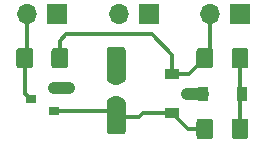
<source format=gbr>
%TF.GenerationSoftware,KiCad,Pcbnew,(5.1.6-0)*%
%TF.CreationDate,2023-05-08T15:43:43-07:00*%
%TF.ProjectId,LM1876_mute,4c4d3138-3736-45f6-9d75-74652e6b6963,rev?*%
%TF.SameCoordinates,Original*%
%TF.FileFunction,Copper,L1,Top*%
%TF.FilePolarity,Positive*%
%FSLAX46Y46*%
G04 Gerber Fmt 4.6, Leading zero omitted, Abs format (unit mm)*
G04 Created by KiCad (PCBNEW (5.1.6-0)) date 2023-05-08 15:43:43*
%MOMM*%
%LPD*%
G01*
G04 APERTURE LIST*
%TA.AperFunction,ComponentPad*%
%ADD10C,1.600000*%
%TD*%
%TA.AperFunction,ComponentPad*%
%ADD11O,1.700000X1.700000*%
%TD*%
%TA.AperFunction,ComponentPad*%
%ADD12R,1.700000X1.700000*%
%TD*%
%TA.AperFunction,SMDPad,CuDef*%
%ADD13R,0.900000X0.800000*%
%TD*%
%TA.AperFunction,SMDPad,CuDef*%
%ADD14R,1.200000X0.900000*%
%TD*%
%TA.AperFunction,SMDPad,CuDef*%
%ADD15R,0.900000X1.200000*%
%TD*%
%TA.AperFunction,ViaPad*%
%ADD16C,0.700000*%
%TD*%
%TA.AperFunction,Conductor*%
%ADD17C,1.000000*%
%TD*%
%TA.AperFunction,Conductor*%
%ADD18C,0.300000*%
%TD*%
G04 APERTURE END LIST*
D10*
%TO.P,C2,2*%
%TO.N,GND*%
X157500000Y-110250000D03*
%TO.P,C2,1*%
%TO.N,/GATE*%
X157500000Y-112750000D03*
%TD*%
%TO.P,C1,2*%
%TO.N,GND*%
%TA.AperFunction,SMDPad,CuDef*%
G36*
G01*
X158050000Y-110800000D02*
X156950000Y-110800000D01*
G75*
G02*
X156700000Y-110550000I0J250000D01*
G01*
X156700000Y-108050000D01*
G75*
G02*
X156950000Y-107800000I250000J0D01*
G01*
X158050000Y-107800000D01*
G75*
G02*
X158300000Y-108050000I0J-250000D01*
G01*
X158300000Y-110550000D01*
G75*
G02*
X158050000Y-110800000I-250000J0D01*
G01*
G37*
%TD.AperFunction*%
%TO.P,C1,1*%
%TO.N,/GATE*%
%TA.AperFunction,SMDPad,CuDef*%
G36*
G01*
X158050000Y-115200000D02*
X156950000Y-115200000D01*
G75*
G02*
X156700000Y-114950000I0J250000D01*
G01*
X156700000Y-112450000D01*
G75*
G02*
X156950000Y-112200000I250000J0D01*
G01*
X158050000Y-112200000D01*
G75*
G02*
X158300000Y-112450000I0J-250000D01*
G01*
X158300000Y-114950000D01*
G75*
G02*
X158050000Y-115200000I-250000J0D01*
G01*
G37*
%TD.AperFunction*%
%TD*%
D11*
%TO.P,J5,2*%
%TO.N,N/C*%
X157710000Y-105000000D03*
D12*
%TO.P,J5,1*%
X160250000Y-105000000D03*
%TD*%
%TO.P,R3,2*%
%TO.N,V+*%
%TA.AperFunction,SMDPad,CuDef*%
G36*
G01*
X152025000Y-109375000D02*
X152025000Y-108125000D01*
G75*
G02*
X152275000Y-107875000I250000J0D01*
G01*
X153200000Y-107875000D01*
G75*
G02*
X153450000Y-108125000I0J-250000D01*
G01*
X153450000Y-109375000D01*
G75*
G02*
X153200000Y-109625000I-250000J0D01*
G01*
X152275000Y-109625000D01*
G75*
G02*
X152025000Y-109375000I0J250000D01*
G01*
G37*
%TD.AperFunction*%
%TO.P,R3,1*%
%TO.N,MUTE*%
%TA.AperFunction,SMDPad,CuDef*%
G36*
G01*
X149050000Y-109375000D02*
X149050000Y-108125000D01*
G75*
G02*
X149300000Y-107875000I250000J0D01*
G01*
X150225000Y-107875000D01*
G75*
G02*
X150475000Y-108125000I0J-250000D01*
G01*
X150475000Y-109375000D01*
G75*
G02*
X150225000Y-109625000I-250000J0D01*
G01*
X149300000Y-109625000D01*
G75*
G02*
X149050000Y-109375000I0J250000D01*
G01*
G37*
%TD.AperFunction*%
%TD*%
%TO.P,R2,2*%
%TO.N,/5V_ZENER*%
%TA.AperFunction,SMDPad,CuDef*%
G36*
G01*
X167275000Y-115375000D02*
X167275000Y-114125000D01*
G75*
G02*
X167525000Y-113875000I250000J0D01*
G01*
X168450000Y-113875000D01*
G75*
G02*
X168700000Y-114125000I0J-250000D01*
G01*
X168700000Y-115375000D01*
G75*
G02*
X168450000Y-115625000I-250000J0D01*
G01*
X167525000Y-115625000D01*
G75*
G02*
X167275000Y-115375000I0J250000D01*
G01*
G37*
%TD.AperFunction*%
%TO.P,R2,1*%
%TO.N,/GATE*%
%TA.AperFunction,SMDPad,CuDef*%
G36*
G01*
X164300000Y-115375000D02*
X164300000Y-114125000D01*
G75*
G02*
X164550000Y-113875000I250000J0D01*
G01*
X165475000Y-113875000D01*
G75*
G02*
X165725000Y-114125000I0J-250000D01*
G01*
X165725000Y-115375000D01*
G75*
G02*
X165475000Y-115625000I-250000J0D01*
G01*
X164550000Y-115625000D01*
G75*
G02*
X164300000Y-115375000I0J250000D01*
G01*
G37*
%TD.AperFunction*%
%TD*%
%TO.P,R1,2*%
%TO.N,V+*%
%TA.AperFunction,SMDPad,CuDef*%
G36*
G01*
X165725000Y-108125000D02*
X165725000Y-109375000D01*
G75*
G02*
X165475000Y-109625000I-250000J0D01*
G01*
X164550000Y-109625000D01*
G75*
G02*
X164300000Y-109375000I0J250000D01*
G01*
X164300000Y-108125000D01*
G75*
G02*
X164550000Y-107875000I250000J0D01*
G01*
X165475000Y-107875000D01*
G75*
G02*
X165725000Y-108125000I0J-250000D01*
G01*
G37*
%TD.AperFunction*%
%TO.P,R1,1*%
%TO.N,/5V_ZENER*%
%TA.AperFunction,SMDPad,CuDef*%
G36*
G01*
X168700000Y-108125000D02*
X168700000Y-109375000D01*
G75*
G02*
X168450000Y-109625000I-250000J0D01*
G01*
X167525000Y-109625000D01*
G75*
G02*
X167275000Y-109375000I0J250000D01*
G01*
X167275000Y-108125000D01*
G75*
G02*
X167525000Y-107875000I250000J0D01*
G01*
X168450000Y-107875000D01*
G75*
G02*
X168700000Y-108125000I0J-250000D01*
G01*
G37*
%TD.AperFunction*%
%TD*%
D13*
%TO.P,Q1,3*%
%TO.N,MUTE*%
X150250000Y-112250000D03*
%TO.P,Q1,2*%
%TO.N,GND*%
X152250000Y-111300000D03*
%TO.P,Q1,1*%
%TO.N,/GATE*%
X152250000Y-113200000D03*
%TD*%
D11*
%TO.P,J4,2*%
%TO.N,MUTE*%
X149960000Y-105000000D03*
D12*
%TO.P,J4,1*%
%TO.N,GND*%
X152500000Y-105000000D03*
%TD*%
D11*
%TO.P,J3,2*%
%TO.N,V+*%
X165460000Y-105000000D03*
D12*
%TO.P,J3,1*%
%TO.N,GND*%
X168000000Y-105000000D03*
%TD*%
D14*
%TO.P,D2,2*%
%TO.N,/GATE*%
X162250000Y-113400000D03*
%TO.P,D2,1*%
%TO.N,V+*%
X162250000Y-110100000D03*
%TD*%
D15*
%TO.P,D1,2*%
%TO.N,GND*%
X164850000Y-111750000D03*
%TO.P,D1,1*%
%TO.N,/5V_ZENER*%
X168150000Y-111750000D03*
%TD*%
D16*
%TO.N,GND*%
X153500000Y-111250000D03*
X163500000Y-111750000D03*
%TD*%
D17*
%TO.N,GND*%
X153450000Y-111300000D02*
X153500000Y-111250000D01*
X152250000Y-111300000D02*
X153450000Y-111300000D01*
X164850000Y-111750000D02*
X163500000Y-111750000D01*
D18*
%TO.N,/GATE*%
X157000000Y-113200000D02*
X157500000Y-113700000D01*
X152250000Y-113200000D02*
X157000000Y-113200000D01*
X159450000Y-113700000D02*
X157500000Y-113700000D01*
X159750000Y-113400000D02*
X159450000Y-113700000D01*
X162250000Y-113400000D02*
X159750000Y-113400000D01*
X163600000Y-114750000D02*
X162250000Y-113400000D01*
X165012500Y-114750000D02*
X163600000Y-114750000D01*
%TO.N,/5V_ZENER*%
X167987500Y-111587500D02*
X168150000Y-111750000D01*
X167987500Y-108750000D02*
X167987500Y-111587500D01*
X167987500Y-111912500D02*
X168150000Y-111750000D01*
X167987500Y-114750000D02*
X167987500Y-111912500D01*
%TO.N,V+*%
X152737500Y-108750000D02*
X152737500Y-107262500D01*
X152737500Y-107262500D02*
X153250000Y-106750000D01*
X165460000Y-108302500D02*
X165012500Y-108750000D01*
X165460000Y-105000000D02*
X165460000Y-108302500D01*
X162250000Y-108500000D02*
X160500000Y-106750000D01*
X153250000Y-106750000D02*
X160500000Y-106750000D01*
X162250000Y-110100000D02*
X162250000Y-108500000D01*
X165012500Y-108750000D02*
X165000000Y-108750000D01*
X165000000Y-108750000D02*
X163650000Y-110100000D01*
X163650000Y-110100000D02*
X162250000Y-110100000D01*
%TO.N,MUTE*%
X149960000Y-108552500D02*
X149762500Y-108750000D01*
X149960000Y-105000000D02*
X149960000Y-108552500D01*
X149762500Y-111762500D02*
X150250000Y-112250000D01*
X149762500Y-108750000D02*
X149762500Y-111762500D01*
%TD*%
M02*

</source>
